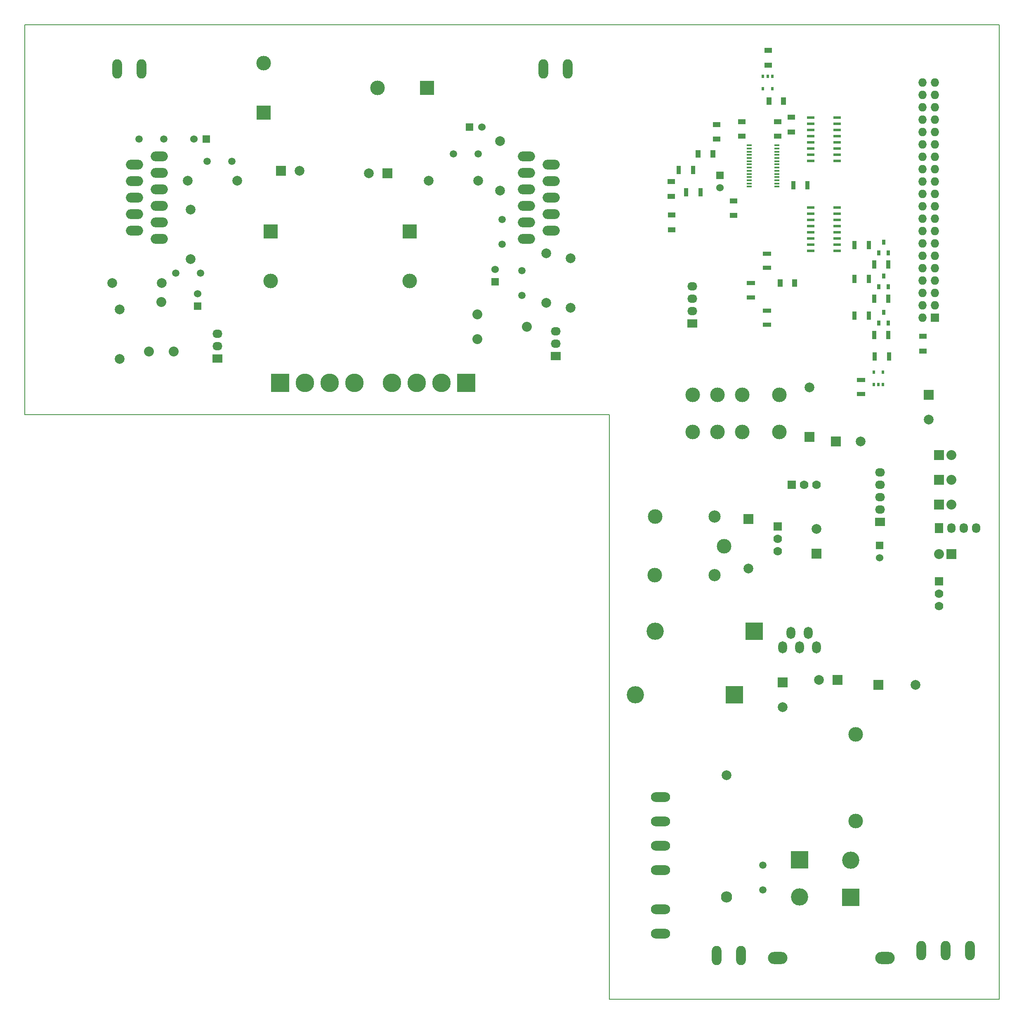
<source format=gbr>
G04 #@! TF.FileFunction,Soldermask,Top*
%FSLAX46Y46*%
G04 Gerber Fmt 4.6, Leading zero omitted, Abs format (unit mm)*
G04 Created by KiCad (PCBNEW (2015-01-19 BZR 5380)-product) date Thu 19 Feb 2015 00:57:00 CET*
%MOMM*%
G01*
G04 APERTURE LIST*
%ADD10C,0.020000*%
%ADD11C,0.150000*%
%ADD12O,3.524000X2.000000*%
%ADD13C,2.032000*%
%ADD14C,1.998980*%
%ADD15O,1.981200X3.962400*%
%ADD16R,1.998980X1.998980*%
%ADD17C,1.501140*%
%ADD18R,1.524000X1.524000*%
%ADD19C,1.524000*%
%ADD20R,2.999740X2.999740*%
%ADD21C,2.999740*%
%ADD22R,1.600000X1.000000*%
%ADD23R,1.000000X1.600000*%
%ADD24R,1.700000X0.900000*%
%ADD25R,0.900000X1.700000*%
%ADD26C,3.810000*%
%ADD27R,3.810000X3.810000*%
%ADD28O,4.000500X2.499360*%
%ADD29R,2.032000X2.032000*%
%ADD30O,2.032000X2.032000*%
%ADD31R,1.727200X1.727200*%
%ADD32O,1.727200X1.727200*%
%ADD33C,2.500000*%
%ADD34C,3.000000*%
%ADD35R,2.032000X1.727200*%
%ADD36O,2.032000X1.727200*%
%ADD37C,1.778000*%
%ADD38R,1.778000X1.778000*%
%ADD39R,0.800100X1.000760*%
%ADD40C,2.301240*%
%ADD41R,1.100000X0.400000*%
%ADD42R,1.500000X0.600000*%
%ADD43O,1.800860X2.499360*%
%ADD44O,3.962400X1.981200*%
%ADD45C,3.540760*%
%ADD46R,3.540760X3.540760*%
%ADD47R,0.508000X0.762000*%
%ADD48R,1.727200X2.032000*%
%ADD49O,1.727200X2.032000*%
G04 APERTURE END LIST*
D10*
D11*
X227000000Y-28000000D02*
X27000000Y-28000000D01*
X227000000Y-228000000D02*
X227000000Y-28000000D01*
X147000000Y-228000000D02*
X227000000Y-228000000D01*
X147000000Y-108000000D02*
X147000000Y-228000000D01*
X27000000Y-108000000D02*
X147000000Y-108000000D01*
X27000000Y-28000000D02*
X27000000Y-108000000D01*
D12*
X54580000Y-72000000D03*
X49500000Y-70300000D03*
X54580000Y-68600000D03*
X49500000Y-66900000D03*
X54580000Y-65200000D03*
X49500000Y-63500000D03*
X54580000Y-61800000D03*
X49500000Y-60100000D03*
X54580000Y-58400000D03*
X49500000Y-56700000D03*
X54580000Y-55000000D03*
D13*
X52460000Y-95080000D03*
X55000000Y-84920000D03*
X57540000Y-95080000D03*
D14*
X61000000Y-65920000D03*
X61000000Y-76080000D03*
X44920000Y-81000000D03*
X55080000Y-81000000D03*
D15*
X45974000Y-37084000D03*
X50974000Y-37084000D03*
D12*
X129920000Y-55000000D03*
X135000000Y-56700000D03*
X129920000Y-58400000D03*
X135000000Y-60100000D03*
X129920000Y-61800000D03*
X135000000Y-63500000D03*
X129920000Y-65200000D03*
X135000000Y-66900000D03*
X129920000Y-68600000D03*
X135000000Y-70300000D03*
X129920000Y-72000000D03*
D13*
X119920000Y-87460000D03*
X130080000Y-90000000D03*
X119920000Y-92540000D03*
D14*
X124500000Y-62080000D03*
X124500000Y-51920000D03*
X134000000Y-74920000D03*
X134000000Y-85080000D03*
D15*
X138430000Y-37084000D03*
X133430000Y-37084000D03*
D16*
X79595000Y-58000000D03*
D14*
X83405000Y-58000000D03*
D17*
X55540000Y-51500000D03*
X50460000Y-51500000D03*
X69540000Y-56000000D03*
X64460000Y-56000000D03*
D18*
X64270000Y-51500000D03*
D19*
X61730000Y-51500000D03*
D18*
X62500000Y-85770000D03*
D19*
X62500000Y-83230000D03*
D17*
X63040000Y-79000000D03*
X57960000Y-79000000D03*
D16*
X101405000Y-58500000D03*
D14*
X97595000Y-58500000D03*
D17*
X125000000Y-67960000D03*
X125000000Y-73040000D03*
X114960000Y-54500000D03*
X120040000Y-54500000D03*
D18*
X118230000Y-49000000D03*
D19*
X120770000Y-49000000D03*
D18*
X123500000Y-80770000D03*
D19*
X123500000Y-78230000D03*
D17*
X129000000Y-83540000D03*
X129000000Y-78460000D03*
X178500000Y-205540000D03*
X178500000Y-200460000D03*
D20*
X77500000Y-70420000D03*
D21*
X77500000Y-80580000D03*
D20*
X76000000Y-46080000D03*
D21*
X76000000Y-35920000D03*
D22*
X159766000Y-70080000D03*
X159766000Y-67080000D03*
X159639000Y-63222000D03*
X159639000Y-60222000D03*
X174117000Y-47903000D03*
X174117000Y-50903000D03*
D18*
X169672000Y-58928000D03*
D19*
X169672000Y-61468000D03*
D23*
X168206000Y-54500000D03*
X165206000Y-54500000D03*
D22*
X172466000Y-67159000D03*
X172466000Y-64159000D03*
X169000000Y-51500000D03*
X169000000Y-48500000D03*
D16*
X189500000Y-136540000D03*
D14*
X189500000Y-131460000D03*
D20*
X106000000Y-70420000D03*
D21*
X106000000Y-80580000D03*
D20*
X109580000Y-41000000D03*
D21*
X99420000Y-41000000D03*
D22*
X181483000Y-47903000D03*
X181483000Y-50903000D03*
X184277000Y-50014000D03*
X184277000Y-47014000D03*
D16*
X182500000Y-162960000D03*
D14*
X182500000Y-168040000D03*
D23*
X182000000Y-81000000D03*
X185000000Y-81000000D03*
D22*
X179578000Y-33298000D03*
X179578000Y-36298000D03*
D16*
X202190000Y-163500000D03*
D14*
X209810000Y-163500000D03*
D23*
X182729000Y-43688000D03*
X179729000Y-43688000D03*
D16*
X193460000Y-113500000D03*
D14*
X198540000Y-113500000D03*
D18*
X202438000Y-134874000D03*
D19*
X202438000Y-137414000D03*
D24*
X198628000Y-103812000D03*
X198628000Y-100912000D03*
D25*
X204351000Y-96077000D03*
X201451000Y-96077000D03*
D16*
X212500000Y-103960000D03*
D14*
X212500000Y-109040000D03*
D22*
X211328000Y-94972000D03*
X211328000Y-91972000D03*
D26*
X84460000Y-101500000D03*
X89540000Y-101500000D03*
D27*
X79380000Y-101500000D03*
D26*
X94620000Y-101500000D03*
X112540000Y-101500000D03*
X107460000Y-101500000D03*
D27*
X117620000Y-101500000D03*
D26*
X102380000Y-101500000D03*
D14*
X190000000Y-162500000D03*
D16*
X193810000Y-162500000D03*
D28*
X181499260Y-219500000D03*
X203500740Y-219500000D03*
D29*
X214630000Y-121412000D03*
D30*
X217170000Y-121412000D03*
D31*
X213770000Y-88130000D03*
D32*
X211230000Y-88130000D03*
X213770000Y-85590000D03*
X211230000Y-85590000D03*
X213770000Y-83050000D03*
X211230000Y-83050000D03*
X213770000Y-80510000D03*
X211230000Y-80510000D03*
X213770000Y-77970000D03*
X211230000Y-77970000D03*
X213770000Y-75430000D03*
X211230000Y-75430000D03*
X213770000Y-72890000D03*
X211230000Y-72890000D03*
X213770000Y-70350000D03*
X211230000Y-70350000D03*
X213770000Y-67810000D03*
X211230000Y-67810000D03*
X213770000Y-65270000D03*
X211230000Y-65270000D03*
X213770000Y-62730000D03*
X211230000Y-62730000D03*
X213770000Y-60190000D03*
X211230000Y-60190000D03*
X213770000Y-57650000D03*
X211230000Y-57650000D03*
X213770000Y-55110000D03*
X211230000Y-55110000D03*
X213770000Y-52570000D03*
X211230000Y-52570000D03*
X213770000Y-50030000D03*
X211230000Y-50030000D03*
X213770000Y-47490000D03*
X211230000Y-47490000D03*
X213770000Y-44950000D03*
X211230000Y-44950000D03*
X213770000Y-42410000D03*
X211230000Y-42410000D03*
X213770000Y-39870000D03*
X211230000Y-39870000D03*
D33*
X168550000Y-128950000D03*
D34*
X156350000Y-128950000D03*
X156300000Y-141000000D03*
D33*
X168550000Y-140950000D03*
D34*
X170500000Y-135000000D03*
D21*
X181880000Y-111620000D03*
X181880000Y-104000000D03*
X174260000Y-104000000D03*
X169180000Y-104000000D03*
X164100000Y-104000000D03*
X174260000Y-111620000D03*
X169180000Y-111620000D03*
X164100000Y-111620000D03*
D34*
X197500000Y-173610000D03*
X197500000Y-191390000D03*
D29*
X217170000Y-136652000D03*
D30*
X214630000Y-136652000D03*
D29*
X214630000Y-116332000D03*
D30*
X217170000Y-116332000D03*
D35*
X164000000Y-89310000D03*
D36*
X164000000Y-86770000D03*
X164000000Y-84230000D03*
X164000000Y-81690000D03*
D35*
X66500000Y-96540000D03*
D36*
X66500000Y-94000000D03*
X66500000Y-91460000D03*
D35*
X136000000Y-96040000D03*
D36*
X136000000Y-93500000D03*
X136000000Y-90960000D03*
D35*
X202500000Y-130080000D03*
D36*
X202500000Y-127540000D03*
X202500000Y-125000000D03*
X202500000Y-122460000D03*
X202500000Y-119920000D03*
D29*
X214630000Y-126492000D03*
D30*
X217170000Y-126492000D03*
D37*
X181500000Y-136040000D03*
X181500000Y-133500000D03*
D38*
X181500000Y-130960000D03*
D37*
X189484000Y-122428000D03*
X186944000Y-122428000D03*
D38*
X184404000Y-122428000D03*
D39*
X203246000Y-87070180D03*
X204198500Y-89269820D03*
X202293500Y-89269820D03*
X203246000Y-72599180D03*
X204198500Y-74798820D03*
X202293500Y-74798820D03*
X203246000Y-79599180D03*
X204198500Y-81798820D03*
X202293500Y-81798820D03*
D14*
X60420000Y-60000000D03*
X70580000Y-60000000D03*
X46500000Y-86420000D03*
X46500000Y-96580000D03*
X120080000Y-60000000D03*
X109920000Y-60000000D03*
X139000000Y-75920000D03*
X139000000Y-86080000D03*
X171000000Y-182000660D03*
D40*
X171000000Y-206999340D03*
D25*
X164137000Y-57785000D03*
X161237000Y-57785000D03*
X165661000Y-62357000D03*
X162761000Y-62357000D03*
X187632000Y-60960000D03*
X184732000Y-60960000D03*
D24*
X179324000Y-77904000D03*
X179324000Y-75004000D03*
X179324000Y-89588000D03*
X179324000Y-86688000D03*
X176000000Y-83950000D03*
X176000000Y-81050000D03*
D25*
X200196000Y-87670000D03*
X197296000Y-87670000D03*
X204196000Y-91670000D03*
X201296000Y-91670000D03*
X200196000Y-73199000D03*
X197296000Y-73199000D03*
X204196000Y-77199000D03*
X201296000Y-77199000D03*
X200196000Y-80199000D03*
X197296000Y-80199000D03*
X204196000Y-84199000D03*
X201296000Y-84199000D03*
D15*
X169000000Y-219000000D03*
X174000000Y-219000000D03*
X221000000Y-218000000D03*
X216000000Y-218000000D03*
X211000000Y-218000000D03*
D41*
X175650000Y-52775000D03*
X175650000Y-53425000D03*
X175650000Y-54075000D03*
X175650000Y-54725000D03*
X175650000Y-55375000D03*
X175650000Y-56025000D03*
X175650000Y-56675000D03*
X175650000Y-57325000D03*
X175650000Y-57975000D03*
X175650000Y-58625000D03*
X175650000Y-59275000D03*
X175650000Y-59925000D03*
X175650000Y-60575000D03*
X175650000Y-61225000D03*
X181350000Y-61225000D03*
X181350000Y-60575000D03*
X181350000Y-59925000D03*
X181350000Y-59275000D03*
X181350000Y-58625000D03*
X181350000Y-57975000D03*
X181350000Y-57325000D03*
X181350000Y-56675000D03*
X181350000Y-56025000D03*
X181350000Y-55375000D03*
X181350000Y-54725000D03*
X181350000Y-54075000D03*
X181350000Y-53425000D03*
X181350000Y-52775000D03*
D42*
X193700000Y-74445000D03*
X193700000Y-73175000D03*
X193700000Y-71905000D03*
X193700000Y-70635000D03*
X193700000Y-69365000D03*
X193700000Y-68095000D03*
X193700000Y-66825000D03*
X193700000Y-65555000D03*
X188300000Y-65555000D03*
X188300000Y-66825000D03*
X188300000Y-68095000D03*
X188300000Y-69365000D03*
X188300000Y-70635000D03*
X188300000Y-71905000D03*
X188300000Y-73175000D03*
X188300000Y-74445000D03*
X193700000Y-55945000D03*
X193700000Y-54675000D03*
X193700000Y-53405000D03*
X193700000Y-52135000D03*
X193700000Y-50865000D03*
X193700000Y-49595000D03*
X193700000Y-48325000D03*
X193700000Y-47055000D03*
X188300000Y-47055000D03*
X188300000Y-48325000D03*
X188300000Y-49595000D03*
X188300000Y-50865000D03*
X188300000Y-52135000D03*
X188300000Y-53405000D03*
X188300000Y-54675000D03*
X188300000Y-55945000D03*
D43*
X186000000Y-155799840D03*
X182499880Y-155799840D03*
X189500120Y-155799840D03*
X187800860Y-152800100D03*
X184199140Y-152800100D03*
D37*
X214630000Y-147320000D03*
X214630000Y-144780000D03*
D38*
X214630000Y-142240000D03*
D44*
X157500000Y-214500000D03*
X157500000Y-209500000D03*
X157500000Y-186500000D03*
X157500000Y-191500000D03*
X157500000Y-201500000D03*
X157500000Y-196500000D03*
D14*
X175500000Y-139580000D03*
D16*
X175500000Y-129420000D03*
D45*
X196500000Y-199500000D03*
D46*
X196500000Y-207120000D03*
D45*
X186000000Y-207000000D03*
D46*
X186000000Y-199380000D03*
D45*
X152340000Y-165500000D03*
D46*
X172660000Y-165500000D03*
D45*
X156340000Y-152500000D03*
D46*
X176660000Y-152500000D03*
D14*
X188000000Y-102420000D03*
D16*
X188000000Y-112580000D03*
D47*
X180403500Y-38608000D03*
X178498500Y-38608000D03*
X180403500Y-41148000D03*
X179451000Y-38608000D03*
X178498500Y-41148000D03*
X201231500Y-101854000D03*
X203136500Y-101854000D03*
X201231500Y-99314000D03*
X202184000Y-101854000D03*
X203136500Y-99314000D03*
D48*
X214630000Y-131318000D03*
D49*
X217170000Y-131318000D03*
X219710000Y-131318000D03*
X222250000Y-131318000D03*
M02*

</source>
